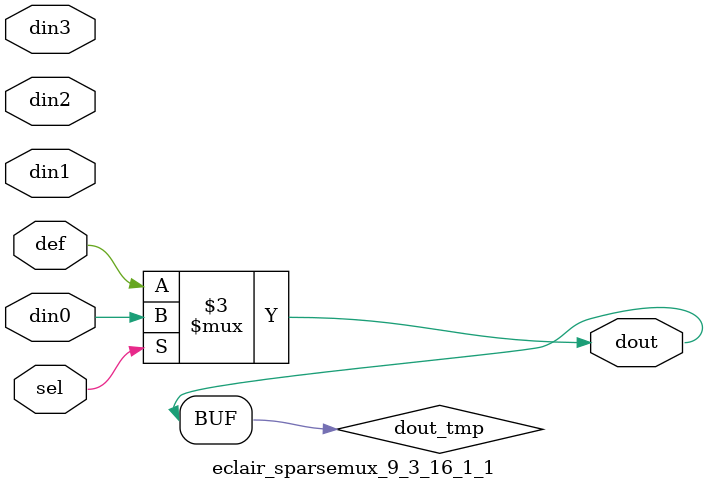
<source format=v>
`timescale 1ns / 1ps

module eclair_sparsemux_9_3_16_1_1 (din0,din1,din2,din3,def,sel,dout);

parameter din0_WIDTH = 1;

parameter din1_WIDTH = 1;

parameter din2_WIDTH = 1;

parameter din3_WIDTH = 1;

parameter def_WIDTH = 1;
parameter sel_WIDTH = 1;
parameter dout_WIDTH = 1;

parameter [sel_WIDTH-1:0] CASE0 = 1;

parameter [sel_WIDTH-1:0] CASE1 = 1;

parameter [sel_WIDTH-1:0] CASE2 = 1;

parameter [sel_WIDTH-1:0] CASE3 = 1;

parameter ID = 1;
parameter NUM_STAGE = 1;



input [din0_WIDTH-1:0] din0;

input [din1_WIDTH-1:0] din1;

input [din2_WIDTH-1:0] din2;

input [din3_WIDTH-1:0] din3;

input [def_WIDTH-1:0] def;
input [sel_WIDTH-1:0] sel;

output [dout_WIDTH-1:0] dout;



reg [dout_WIDTH-1:0] dout_tmp;


always @ (*) begin
(* parallel_case *) case (sel)
    
    CASE0 : dout_tmp = din0;
    
    CASE1 : dout_tmp = din1;
    
    CASE2 : dout_tmp = din2;
    
    CASE3 : dout_tmp = din3;
    
    default : dout_tmp = def;
endcase
end


assign dout = dout_tmp;



endmodule

</source>
